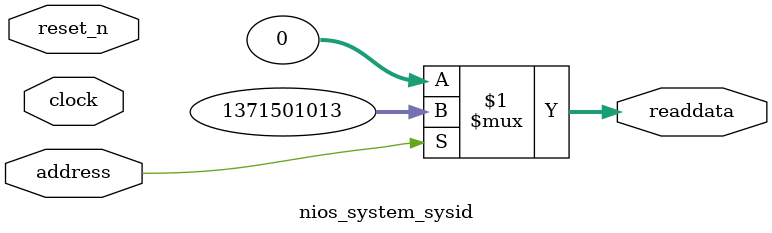
<source format=v>

`timescale 1ns / 1ps
// synthesis translate_on

// turn off superfluous verilog processor warnings 
// altera message_level Level1 
// altera message_off 10034 10035 10036 10037 10230 10240 10030 

module nios_system_sysid (
               // inputs:
                address,
                clock,
                reset_n,

               // outputs:
                readdata
             )
;

  output  [ 31: 0] readdata;
  input            address;
  input            clock;
  input            reset_n;

  wire    [ 31: 0] readdata;
  //control_slave, which is an e_avalon_slave
  assign readdata = address ? 1371501013 : 0;

endmodule




</source>
